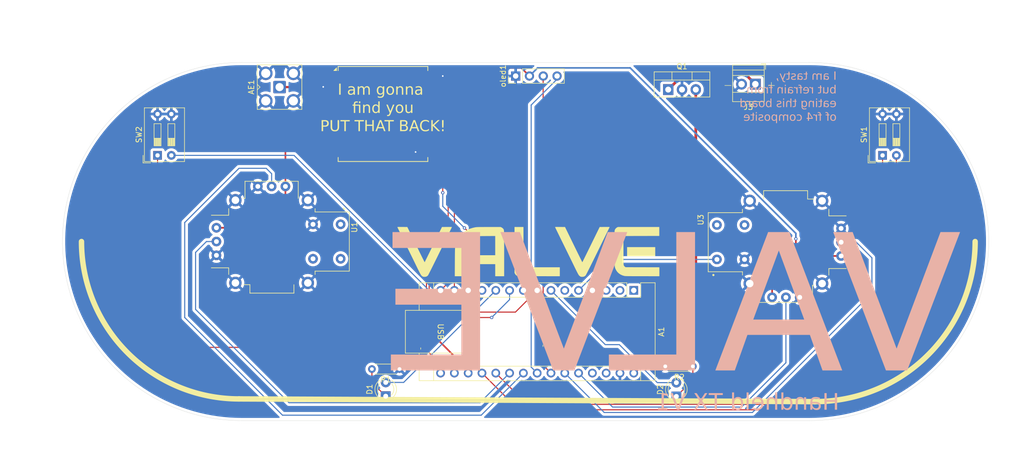
<source format=kicad_pcb>
(kicad_pcb (version 20240108) (generator "pcbnew") (generator_version "8.0")
  (layers (0 "F.Cu" signal) (31 "B.Cu" signal) (34 "B.Paste" user) (35 "F.Paste" user) (36 "B.SilkS" user "B.Silkscreen") (37 "F.SilkS" user "F.Silkscreen") (38 "B.Mask" user) (39 "F.Mask" user) (44 "Edge.Cuts" user))
  (net 0 "")
  (net 1 "/vry1")
  (net 2 "/scl")
  (net 3 "/vry2")
  (net 4 "/vrx1")
  (net 5 "/dip1")
  (net 6 "/dip4")
  (net 8 "+BATT")
  (net 9 "/dip2")
  (net 10 "/vrx2")
  (net 14 "GND")
  (net 15 "/dip3")
  (net 16 "/sw1")
  (net 19 "/sda")
  (net 20 "VCC")
  (net 21 "/sw2")
  (net 22 "Net-(D1-K)")
  (net 23 "Net-(AE1-A)")
  (net 29 "/led2")
  (net 30 "/sck")
  (net 31 "/mosi")
  (net 32 "/reset")
  (net 33 "/dio0")
  (net 34 "/miso")
  (net 35 "/nss")
  (net 36 "Net-(D2-K)")
  (net 37 "/led1")
  (net 38 "Net-(J3-Pin_1)")
  (footprint "Package_TO_SOT_THT:TO-220-3_Vertical" (layer "F.Cu") (at 176 71.5)
    (property "Reference" "Q1" (at 2.54 -4.27 0) (layer "F.SilkS"))
    (property "Value" "PMOS")
    (pad "1" thru_hole rect (at 0 0) (size 1.905 2) (drill 1.1) (layers "*.Cu" "*.Mask") (net 38 "Net-(J3-Pin_1)"))
    (pad "2" thru_hole oval (at 2.54 0) (size 1.905 2) (drill 1.1) (layers "*.Cu" "*.Mask") (net 14 "GND"))
    (pad "3" thru_hole oval (at 5.08 0) (size 1.905 2) (drill 1.1) (layers "*.Cu" "*.Mask") (net 8 "+BATT"))
  )
  (footprint "Button_Switch_THT:SW_DIP_SPSTx02_Slide_9.78x7.26mm_W7.62mm_P2.54mm" (layer "F.Cu") (at 215.46 83.62 90)
    (property "Reference" "SW1" (at 3.81 -3.42 90) (layer "F.SilkS"))
    (property "Value" "SW_DIP_x02")
    (pad "1" thru_hole rect (at 0 0 90) (size 1.6 1.6) (drill 0.8) (layers "*.Cu" "*.Mask") (net 5 "/dip1"))
    (pad "2" thru_hole oval (at 0 2.54 90) (size 1.6 1.6) (drill 0.8) (layers "*.Cu" "*.Mask") (net 9 "/dip2"))
    (pad "3" thru_hole oval (at 7.62 2.54 90) (size 1.6 1.6) (drill 0.8) (layers "*.Cu" "*.Mask") (net 14 "GND"))
    (pad "4" thru_hole oval (at 7.62 0 90) (size 1.6 1.6) (drill 0.8) (layers "*.Cu" "*.Mask") (net 14 "GND"))
  )
  (footprint "TerminalBlock:TerminalBlock_Xinya_XY308-2.54-2P_1x02_P2.54mm_Horizontal" (layer "F.Cu") (at 192.04 70.5 180)
    (property "Reference" "J3" (at 1.27 -4.22 0) (layer "F.SilkS"))
    (property "Value" "Screw_Terminal_01x02")
    (pad "1" thru_hole rect (at 0 0 180) (size 2 2) (drill 1.2) (layers "*.Cu" "*.Mask") (net 38 "Net-(J3-Pin_1)"))
    (pad "2" thru_hole circle (at 2.54 0 180) (size 2 2) (drill 1.2) (layers "*.Cu" "*.Mask") (net 14 "GND"))
  )
  (footprint "Connector_PinHeader_2.54mm:PinHeader_1x04_P2.54mm_Vertical" (layer "F.Cu") (at 147.92 69 90)
    (property "Reference" "oled1" (at 0 -2.33 90) (layer "F.SilkS"))
    (property "Value" "Conn_01x04")
    (pad "1" thru_hole rect (at 0 0 90) (size 1.7 1.7) (drill 1) (layers "*.Cu" "*.Mask") (net 14 "GND"))
    (pad "2" thru_hole oval (at 0 2.54 90) (size 1.7 1.7) (drill 1) (layers "*.Cu" "*.Mask") (net 20 "VCC"))
    (pad "3" thru_hole oval (at 0 5.08 90) (size 1.7 1.7) (drill 1) (layers "*.Cu" "*.Mask") (net 2 "/scl"))
    (pad "4" thru_hole oval (at 0 7.62 90) (size 1.7 1.7) (drill 1) (layers "*.Cu" "*.Mask") (net 19 "/sda"))
  )
  (footprint "Resistor_THT:R_Axial_DIN0204_L3.6mm_D1.6mm_P5.08mm_Horizontal" (layer "F.Cu") (at 126.54 123 180)
    (property "Reference" "R1" (at 2.54 -1.92 0) (layer "F.SilkS"))
    (property "Value" "R")
    (pad "1" thru_hole circle (at 0 0 180) (size 1.4 1.4) (drill 0.7) (layers "*.Cu" "*.Mask") (net 14 "GND"))
    (pad "2" thru_hole oval (at 5.08 0 180) (size 1.4 1.4) (drill 0.7) (layers "*.Cu" "*.Mask") (net 22 "Net-(D1-K)"))
  )
  (footprint "Resistor_THT:R_Axial_DIN0204_L3.6mm_D1.6mm_P5.08mm_Horizontal" (layer "F.Cu") (at 175.46 122.5)
    (property "Reference" "R2" (at 2.58 2 0) (layer "F.SilkS"))
    (property "Value" "R")
    (pad "1" thru_hole circle (at 0 0) (size 1.4 1.4) (drill 0.7) (layers "*.Cu" "*.Mask") (net 14 "GND"))
    (pad "2" thru_hole oval (at 5.08 0) (size 1.4 1.4) (drill 0.7) (layers "*.Cu" "*.Mask") (net 36 "Net-(D2-K)"))
  )
  (footprint "Library:XDCR_COM-09032" (layer "F.Cu") (at 103 99.5 -90)
    (property "Reference" "U1" (at -2.625 -15.235 90) (layer "F.SilkS"))
    (property "Value" "COM-09032")
    (pad "B1A" thru_hole circle (at -3.175 -12.7 270) (size 1.778 1.778) (drill 0.9) (layers "*.Cu" "*.Mask") (net 16 "/sw1"))
    (pad "B1B" thru_hole circle (at 3.175 -12.7 270) (size 1.778 1.778) (drill 0.9) (layers "*.Cu" "*.Mask"))
    (pad "B2A" thru_hole circle (at -3.175 -7.62 270) (size 1.778 1.778) (drill 0.9) (layers "*.Cu" "*.Mask") (net 14 "GND"))
    (pad "B2B" thru_hole circle (at 3.175 -7.62 270) (size 1.778 1.778) (drill 0.9) (layers "*.Cu" "*.Mask"))
    (pad "H1" thru_hole circle (at -2.54 10.16 270) (size 1.778 1.778) (drill 0.889) (layers "*.Cu" "*.Mask") (net 20 "VCC"))
    (pad "H2" thru_hole circle (at 0 10.16 270) (size 1.778 1.778) (drill 0.889) (layers "*.Cu" "*.Mask") (net 3 "/vry2"))
    (pad "H3" thru_hole circle (at 2.54 10.16 270) (size 1.778 1.778) (drill 0.889) (layers "*.Cu" "*.Mask") (net 14 "GND"))
    (pad "S1" thru_hole circle (at -7.62 -6.6675 270) (size 2.286 2.286) (drill 1.397) (layers "*.Cu" "*.Mask") (net 14 "GND"))
    (pad "S2" thru_hole circle (at -7.62 6.6675 270) (size 2.286 2.286) (drill 1.397) (layers "*.Cu" "*.Mask") (net 14 "GND"))
    (pad "S3" thru_hole circle (at 7.62 6.6675 270) (size 2.286 2.286) (drill 1.397) (layers "*.Cu" "*.Mask") (net 14 "GND"))
    (pad "S4" thru_hole circle (at 7.62 -6.6675 270) (size 2.286 2.286) (drill 1.397) (layers "*.Cu" "*.Mask") (net 14 "GND"))
    (pad "V1" thru_hole circle (at -10.16 -2.54 270) (size 1.778 1.778) (drill 0.889) (layers "*.Cu" "*.Mask") (net 20 "VCC"))
    (pad "V2" thru_hole circle (at -10.16 0 270) (size 1.778 1.778) (drill 0.889) (layers "*.Cu" "*.Mask") (net 10 "/vrx2"))
    (pad "V3" thru_hole circle (at -10.16 2.54 270) (size 1.778 1.778) (drill 0.889) (layers "*.Cu" "*.Mask") (net 14 "GND"))
  )
  (footprint "LOGO" (layer "F.Cu") (at 150.5 101.5)
    (property "Reference" "g")
    (property "Value" "LOGO" (hide yes))
  )
  (footprint "LED_THT:LED_D3.0mm" (layer "F.Cu") (at 177.5 128.04 90)
    (property "Reference" "D2" (at 1.27 -2.96 90) (layer "F.SilkS"))
    (property "Value" "LED")
    (pad "1" thru_hole rect (at 0 0 90) (size 1.8 1.8) (drill 0.9) (layers "*.Cu" "*.Mask") (net 36 "Net-(D2-K)"))
    (pad "2" thru_hole circle (at 2.54 0 90) (size 1.8 1.8) (drill 0.9) (layers "*.Cu" "*.Mask") (net 37 "/led1"))
  )
  (footprint "Library:XDCR_COM-09032" (layer "F.Cu") (at 197.6675 99.62 90)
    (property "Reference" "U3" (at 4.12 -15.6675 90) (layer "F.SilkS"))
    (property "Value" "COM-09032")
    (pad "B1A" thru_hole circle (at -3.175 -12.7 90) (size 1.778 1.778) (drill 0.9) (layers "*.Cu" "*.Mask") (net 21 "/sw2"))
    (pad "B1B" thru_hole circle (at 3.175 -12.7 90) (size 1.778 1.778) (drill 0.9) (layers "*.Cu" "*.Mask"))
    (pad "B2A" thru_hole circle (at -3.175 -7.62 90) (size 1.778 1.778) (drill 0.9) (layers "*.Cu" "*.Mask") (net 14 "GND"))
    (pad "B2B" thru_hole circle (at 3.175 -7.62 90) (size 1.778 1.778) (drill 0.9) (layers "*.Cu" "*.Mask"))
    (pad "H1" thru_hole circle (at -2.54 10.16 90) (size 1.778 1.778) (drill 0.889) (layers "*.Cu" "*.Mask") (net 20 "VCC"))
    (pad "H2" thru_hole circle (at 0 10.16 90) (size 1.778 1.778) (drill 0.889) (layers "*.Cu" "*.Mask") (net 1 "/vry1"))
    (pad "H3" thru_hole circle (at 2.54 10.16 90) (size 1.778 1.778) (drill 0.889) (layers "*.Cu" "*.Mask") (net 14 "GND"))
    (pad "S1" thru_hole circle (at -7.62 -6.6675 90) (size 2.286 2.286) (drill 1.397) (layers "*.Cu" "*.Mask") (net 14 "GND"))
    (pad "S2" thru_hole circle (at -7.62 6.6675 90) (size 2.286 2.286) (drill 1.397) (layers "*.Cu" "*.Mask") (net 14 "GND"))
    (pad "S3" thru_hole circle (at 7.62 6.6675 90) (size 2.286 2.286) (drill 1.397) (layers "*.Cu" "*.Mask") (net 14 "GND"))
    (pad "S4" thru_hole circle (at 7.62 -6.6675 90) (size 2.286 2.286) (drill 1.397) (layers "*.Cu" "*.Mask") (net 14 "GND"))
    (pad "V1" thru_hole circle (at -10.16 -2.54 90) (size 1.778 1.778) (drill 0.889) (layers "*.Cu" "*.Mask") (net 20 "VCC"))
    (pad "V2" thru_hole circle (at -10.16 0 90) (size 1.778 1.778) (drill 0.889) (layers "*.Cu" "*.Mask") (net 4 "/vrx1"))
    (pad "V3" thru_hole circle (at -10.16 2.54 90) (size 1.778 1.778) (drill 0.889) (layers "*.Cu" "*.Mask") (net 14 "GND"))
  )
  (footprint "Button_Switch_THT:SW_DIP_SPSTx02_Slide_9.78x7.26mm_W7.62mm_P2.54mm" (layer "F.Cu") (at 82 83.62 90)
    (property "Reference" "SW2" (at 3.81 -3.42 90) (layer "F.SilkS"))
    (property "Value" "SW_DIP_x02")
    (pad "1" thru_hole rect (at 0 0 90) (size 1.6 1.6) (drill 0.8) (layers "*.Cu" "*.Mask") (net 15 "/dip3"))
    (pad "2" thru_hole oval (at 0 2.54 90) (size 1.6 1.6) (drill 0.8) (layers "*.Cu" "*.Mask") (net 6 "/dip4"))
    (pad "3" thru_hole oval (at 7.62 2.54 90) (size 1.6 1.6) (drill 0.8) (layers "*.Cu" "*.Mask") (net 14 "GND"))
    (pad "4" thru_hole oval (at 7.62 0 90) (size 1.6 1.6) (drill 0.8) (layers "*.Cu" "*.Mask") (net 14 "GND"))
  )
  (footprint "LED_THT:LED_D3.0mm" (layer "F.Cu") (at 124 128 90)
    (property "Reference" "D1" (at 1.27 -2.96 90) (layer "F.SilkS"))
    (property "Value" "LED")
    (pad "1" thru_hole rect (at 0 0 90) (size 1.8 1.8) (drill 0.9) (layers "*.Cu" "*.Mask") (net 22 "Net-(D1-K)"))
    (pad "2" thru_hole circle (at 2.54 0 90) (size 1.8 1.8) (drill 0.9) (layers "*.Cu" "*.Mask") (net 29 "/led2"))
  )
  (footprint "Module:Arduino_Nano" (layer "F.Cu") (at 169.66 108.5 -90)
    (property "Reference" "A1" (at 7.62 -5.08 90) (layer "F.SilkS"))
    (property "Value" "Arduino_Nano_v2.x")
    (fp_text user "USB" (at 7.62 35.56 -90) (layer "F.SilkS"))
    (pad "1" thru_hole rect (at 0 0 270) (size 1.6 1.6) (drill 1) (layers "*.Cu" "*.Mask"))
    (pad "2" thru_hole oval (at 0 2.54 270) (size 1.6 1.6) (drill 1) (layers "*.Cu" "*.Mask"))
    (pad "3" thru_hole oval (at 0 5.08 270) (size 1.6 1.6) (drill 1) (layers "*.Cu" "*.Mask"))
    (pad "4" thru_hole oval (at 0 7.62 270) (size 1.6 1.6) (drill 1) (layers "*.Cu" "*.Mask") (net 14 "GND"))
    (pad "5" thru_hole oval (at 0 10.16 270) (size 1.6 1.6) (drill 1) (layers "*.Cu" "*.Mask") (net 21 "/sw2"))
    (pad "6" thru_hole oval (at 0 12.7 270) (size 1.6 1.6) (drill 1) (layers "*.Cu" "*.Mask") (net 16 "/sw1"))
    (pad "7" thru_hole oval (at 0 15.24 270) (size 1.6 1.6) (drill 1) (layers "*.Cu" "*.Mask") (net 37 "/led1"))
    (pad "8" thru_hole oval (at 0 17.78 270) (size 1.6 1.6) (drill 1) (layers "*.Cu" "*.Mask") (net 33 "/dio0"))
    (pad "9" thru_hole oval (at 0 20.32 270) (size 1.6 1.6) (drill 1) (layers "*.Cu" "*.Mask") (net 35 "/nss"))
    (pad "10" thru_hole oval (at 0 22.86 270) (size 1.6 1.6) (drill 1) (layers "*.Cu" "*.Mask") (net 32 "/reset"))
    (pad "11" thru_hole oval (at 0 25.4 270) (size 1.6 1.6) (drill 1) (layers "*.Cu" "*.Mask") (net 29 "/led2"))
    (pad "12" thru_hole oval (at 0 27.94 270) (size 1.6 1.6) (drill 1) (layers "*.Cu" "*.Mask") (net 6 "/dip4"))
    (pad "13" thru_hole oval (at 0 30.48 270) (size 1.6 1.6) (drill 1) (layers "*.Cu" "*.Mask") (net 30 "/sck"))
    (pad "14" thru_hole oval (at 0 33.02 270) (size 1.6 1.6) (drill 1) (layers "*.Cu" "*.Mask") (net 31 "/mosi"))
    (pad "15" thru_hole oval (at 0 35.56 270) (size 1.6 1.6) (drill 1) (layers "*.Cu" "*.Mask") (net 34 "/miso"))
    (pad "16" thru_hole oval (at 15.24 35.56 270) (size 1.6 1.6) (drill 1) (layers "*.Cu" "*.Mask") (net 15 "/dip3"))
    (pad "17" thru_hole oval (at 15.24 33.02 270) (size 1.6 1.6) (drill 1) (layers "*.Cu" "*.Mask") (net 20 "VCC"))
    (pad "18" thru_hole oval (at 15.24 30.48 270) (size 1.6 1.6) (drill 1) (layers "*.Cu" "*.Mask"))
    (pad "19" thru_hole oval (at 15.24 27.94 270) (size 1.6 1.6) (drill 1) (layers "*.Cu" "*.Mask") (net 9 "/dip2"))
    (pad "20" thru_hole oval (at 15.24 25.4 270) (size 1.6 1.6) (drill 1) (layers "*.Cu" "*.Mask") (net 5 "/dip1"))
    (pad "21" thru_hole oval (at 15.24 22.86 270) (size 1.6 1.6) (drill 1) (layers "*.Cu" "*.Mask") (net 3 "/vry2"))
    (pad "22" thru_hole oval (at 15.24 20.32 270) (size 1.6 1.6) (drill 1) (layers "*.Cu" "*.Mask") (net 10 "/vrx2"))
    (pad "23" thru_hole oval (at 15.24 17.78 270) (size 1.6 1.6) (drill 1) (layers "*.Cu" "*.Mask") (net 19 "/sda"))
    (pad "24" thru_hole oval (at 15.24 15.24 270) (size 1.6 1.6) (drill 1) (layers "*.Cu" "*.Mask") (net 2 "/scl"))
    (pad "25" thru_hole oval (at 15.24 12.7 270) (size 1.6 1.6) (drill 1) (layers "*.Cu" "*.Mask") (net 1 "/vry1"))
    (pad "26" thru_hole oval (at 15.24 10.16 270) (size 1.6 1.6) (drill 1) (layers "*.Cu" "*.Mask") (net 4 "/vrx1"))
    (pad "27" thru_hole oval (at 15.24 7.62 270) (size 1.6 1.6) (drill 1) (layers "*.Cu" "*.Mask"))
    (pad "28" thru_hole oval (at 15.24 5.08 270) (size 1.6 1.6) (drill 1) (layers "*.Cu" "*.Mask"))
    (pad "29" thru_hole oval (at 15.24 2.54 270) (size 1.6 1.6) (drill 1) (layers "*.Cu" "*.Mask") (net 14 "GND"))
    (pad "30" thru_hole oval (at 15.24 0 270) (size 1.6 1.6) (drill 1) (layers "*.Cu" "*.Mask") (net 8 "+BATT"))
  )
  (footprint "Connector_Coaxial:SMA_Amphenol_901-143_Horizontal" (layer "F.Cu") (at 104.46 71.04)
    (property "Reference" "AE1" (at -5.2 0 90) (layer "F.SilkS"))
    (property "Value" "Antenna")
    (pad "1" thru_hole roundrect (at 0 0) (size 2.3 2.3) (drill 1.5) (layers "*.Cu" "*.Mask") (roundrect_rratio 0.087) (net 23 "Net-(AE1-A)"))
    (pad "2" thru_hole circle (at -2.54 -2.54) (size 2.5 2.5) (drill 1.7) (layers "*.Cu" "*.Mask") (net 14 "GND"))
    (pad "2" thru_hole circle (at -2.54 2.54) (size 2.5 2.5) (drill 1.7) (layers "*.Cu" "*.Mask") (net 14 "GND"))
    (pad "2" thru_hole circle (at 2.54 -2.54) (size 2.5 2.5) (drill 1.7) (layers "*.Cu" "*.Mask") (net 14 "GND"))
    (pad "2" thru_hole circle (at 2.54 2.54) (size 2.5 2.5) (drill 1.7) (layers "*.Cu" "*.Mask") (net 14 "GND"))
  )
  (footprint "RF_Module:Ai-Thinker-Ra-01-LoRa_updated" (layer "F.Cu") (at 123.5 76)
    (property "Reference" "U2" (hide yes))
    (property "Value" "Ai-Thinker-Ra-01")
    (pad "1" smd rect (at -8.5 -7) (size 3 1.5) (layers "F.Cu" "F.Paste" "F.Mask") (net 23 "Net-(AE1-A)"))
    (pad "2" smd rect (at -8.5 -5) (size 3 1.5) (layers "F.Cu" "F.Paste" "F.Mask") (net 14 "GND"))
    (pad "3" smd rect (at -8.5 -3) (size 3 1.5) (layers "F.Cu" "F.Paste" "F.Mask") (net 20 "VCC"))
    (pad "4" smd rect (at -8.5 -1) (size 3 1.5) (layers "F.Cu" "F.Paste" "F.Mask") (net 32 "/reset"))
    (pad "5" smd rect (at -8.5 1) (size 3 1.5) (layers "F.Cu" "F.Paste" "F.Mask") (net 33 "/dio0"))
    (pad "6" smd rect (at -8.5 3) (size 3 1.5) (layers "F.Cu" "F.Paste" "F.Mask"))
    (pad "7" smd rect (at -8.5 5) (size 3 1.5) (layers "F.Cu" "F.Paste" "F.Mask"))
    (pad "8" smd rect (at -8.5 7) (size 3 1.5) (layers "F.Cu" "F.Paste" "F.Mask"))
    (pad "9" smd rect (at 8.5 7) (size 3 1.5) (layers "F.Cu" "F.Paste" "F.Mask") (net 14 "GND"))
    (pad "10" smd rect (at 8.5 5) (size 3 1.5) (layers "F.Cu" "F.Paste" "F.Mask"))
    (pad "11" smd rect (at 8.5 3) (size 3 1.5) (layers "F.Cu" "F.Paste" "F.Mask"))
    (pad "12" smd rect (at 8.5 1) (size 3 1.5) (layers "F.Cu" "F.Paste" "F.Mask") (net 30 "/sck"))
    (pad "13" smd rect (at 8.5 -1) (size 3 1.5) (layers "F.Cu" "F.Paste" "F.Mask") (net 34 "/miso"))
    (pad "14" smd rect (at 8.5 -3) (size 3 1.5) (layers "F.Cu" "F.Paste" "F.Mask") (net 31 "/mosi"))
    (pad "15" smd rect (at 8.5 -5) (size 3 1.5) (layers "F.Cu" "F.Paste" "F.Mask") (net 35 "/nss"))
    (pad "16" smd rect (at 8.5 -7) (size 3 1.5) (layers "F.Cu" "F.Paste" "F.Mask") (net 14 "GND"))
  )
  (gr_arc (start 97 128.5) (mid 76.493903 120.006097) (end 68 99.5) (stroke (width 1)) (layer "F.SilkS"))
  (gr_line (start 203 129) (end 97 128.5) (stroke (width 1)) (layer "F.SilkS"))
  (gr_arc (start 232.5 99.5) (mid 223.85965 120.35965) (end 203 129) (stroke (width 1)) (layer "F.SilkS"))
  (gr_line (start 97.5 66.5) (end 202 66.5) (stroke (width 0.05)) (layer "Edge.Cuts"))
  (gr_line (start 97.5 132.5) (end 202 132.5) (stroke (width 0.05)) (layer "Edge.Cuts"))
  (gr_arc (start 202 66.5) (mid 235 99.5) (end 202 132.5) (stroke (width 0.05)) (layer "Edge.Cuts"))
  (gr_arc (start 97.5 132.5) (mid 64.5 99.5) (end 97.5 66.5) (stroke (width 0.05)) (layer "Edge.Cuts"))
  (gr_text "Handheld TX V1" (at 207.5 131 0) (layer "B.SilkS") (effects (font (size 3 3) (thickness 0.1)) (justify left bottom mirror)))
  (gr_text "VALVE" (at 230 127.5 0) (layer "B.SilkS") (effects (font (size 25 25) (thickness 0.1)) (justify left bottom mirror)))
  (gr_text "I am tasty,\nbut refrain from \neating this board\nof fr4 composite" (at 207 77.5 0) (layer "B.SilkS") (effects (font (size 1.5 1.5) (thickness 0.1)) (justify left bottom mirror)))
  (gr_text "-" (at 153.5 118.46 90) (layer "F.SilkS") (effects (font (size 1 1) (thickness 0.1)) (justify left bottom mirror)))
  (gr_text "-" (at 186 71.5 0) (layer "F.SilkS") (effects (font (size 1.5 1.5) (thickness 0.1)) (justify left bottom)))
  (gr_text "I am gonna \nfind you\nPUT THAT BACK!" (at 123.5 79.5 0) (layer "F.SilkS") (effects (font (size 2 2) (thickness 0.1)) (justify bottom)))
  (gr_text "+" (at 194 71.5 0) (layer "F.SilkS") (effects (font (size 1.5 1.5) (thickness 0.1)) (justify left bottom)))
  (gr_text "-" (at 131 118.96 90) (layer "F.SilkS") (effects (font (size 1 1) (thickness 0.1)) (justify left bottom mirror)))
  (segment (start 213.5 102.5) (end 210.62 99.62) (width 0.2) (layer "B.Cu") (net 1))
  (segment (start 213.5 109) (end 213.5 102.5) (width 0.2) (layer "B.Cu") (net 1))
  (segment (start 210.62 99.62) (end 207.8275 99.62) (width 0.2) (layer "B.Cu") (net 1))
  (segment (start 156.96 123.74) (end 164.22 131) (width 0.2) (layer "B.Cu") (net 1))
  (segment (start 191.5 131) (end 213.5 109) (width 0.2) (layer "B.Cu") (net 1))
  (segment (start 164.22 131) (end 191.5 131) (width 0.2) (layer "B.Cu") (net 1))
  (segment (start 152.98 69.6) (end 153.58 69) (width 0.2) (layer "F.Cu") (net 2))
  (segment (start 152.98 122.3) (end 152.98 69.6) (width 0.2) (layer "F.Cu") (net 2))
  (segment (start 154.42 123.74) (end 152.98 122.3) (width 0.2) (layer "F.Cu") (net 2))
  (segment (start 89 101.5) (end 91 99.5) (width 0.2) (layer "B.Cu") (net 3))
  (segment (start 89 112) (end 89 101.5) (width 0.2) (layer "B.Cu") (net 3))
  (segment (start 91 99.5) (end 92.84 99.5) (width 0.2) (layer "B.Cu") (net 3))
  (segment (start 146.8 123.74) (end 141.34 129.2) (width 0.2) (layer "B.Cu") (net 3))
  (segment (start 141.34 129.2) (end 106.2 129.2) (width 0.2) (layer "B.Cu") (net 3))
  (segment (start 106.2 129.2) (end 89 112) (width 0.2) (layer "B.Cu") (net 3))
  (segment (start 197.6675 121.8325) (end 197.6675 109.78) (width 0.2) (layer "B.Cu") (net 4))
  (segment (start 159.5 123.74) (end 165.76 130) (width 0.2) (layer "B.Cu") (net 4))
  (segment (start 189.5 130) (end 197.6675 121.8325) (width 0.2) (layer "B.Cu") (net 4))
  (segment (start 165.76 130) (end 189.5 130) (width 0.2) (layer "B.Cu") (net 4))
  (segment (start 206.5 129.5) (end 215.46 120.54) (width 0.2) (layer "F.Cu") (net 5))
  (segment (start 215.46 120.54) (end 215.46 83.62) (width 0.2) (layer "F.Cu") (net 5))
  (segment (start 144.26 123.74) (end 150.02 129.5) (width 0.2) (layer "F.Cu") (net 5))
  (segment (start 150.02 129.5) (end 206.5 129.5) (width 0.2) (layer "F.Cu") (net 5))
  (segment (start 84.54 83.62) (end 107.12 83.62) (width 0.2) (layer "B.Cu") (net 6))
  (segment (start 107.12 83.62) (end 133.5 110) (width 0.2) (layer "B.Cu") (net 6))
  (segment (start 140.22 110) (end 141.72 108.5) (width 0.2) (layer "B.Cu") (net 6))
  (segment (start 133.5 110) (end 140.22 110) (width 0.2) (layer "B.Cu") (net 6))
  (segment (start 181.08 112.32) (end 181.08 71.5) (width 0.5) (layer "F.Cu") (net 8))
  (segment (start 169.66 123.74) (end 181.08 112.32) (width 0.5) (layer "F.Cu") (net 8))
  (segment (start 218 121) (end 218 83.62) (width 0.2) (layer "F.Cu") (net 9))
  (segment (start 208.5 130.5) (end 218 121) (width 0.2) (layer "F.Cu") (net 9))
  (segment (start 148.48 130.5) (end 208.5 130.5) (width 0.2) (layer "F.Cu") (net 9))
  (segment (start 141.72 123.74) (end 148.48 130.5) (width 0.2) (layer "F.Cu") (net 9))
  (segment (start 97 86) (end 102 86) (width 0.2) (layer "B.Cu") (net 10))
  (segment (start 105 131.5) (end 87 113.5) (width 0.2) (layer "B.Cu") (net 10))
  (segment (start 102 86) (end 103 87) (width 0.2) (layer "B.Cu") (net 10))
  (segment (start 149.34 123.74) (end 141.58 131.5) (width 0.2) (layer "B.Cu") (net 10))
  (segment (start 141.58 131.5) (end 105 131.5) (width 0.2) (layer "B.Cu") (net 10))
  (segment (start 87 96) (end 97 86) (width 0.2) (layer "B.Cu") (net 10))
  (segment (start 87 113.5) (end 87 96) (width 0.2) (layer "B.Cu") (net 10))
  (segment (start 103 87) (end 103 89.34) (width 0.2) (layer "B.Cu") (net 10))
  (segment (start 134.5 69) (end 132 69) (width 0.2) (layer "F.Cu") (net 14))
  (segment (start 112.5 71) (end 115 71) (width 0.2) (layer "F.Cu") (net 14))
  (segment (start 129.5 83) (end 132 83) (width 0.2) (layer "F.Cu") (net 14))
  (via (at 129.5 83) (size 0.6) (drill 0.3) (layers "F.Cu" "B.Cu") (net 14))
  (via (at 112.5 71) (size 0.6) (drill 0.3) (layers "F.Cu" "B.Cu") (net 14))
  (via (at 134.5 69) (size 0.6) (drill 0.3) (layers "F.Cu" "B.Cu") (net 14))
  (segment (start 86 119) (end 131 119) (width 0.2) (layer "F.Cu") (net 15))
  (segment (start 82 115) (end 86 119) (width 0.2) (layer "F.Cu") (net 15))
  (segment (start 134.1 122.1) (end 134.1 123.74) (width 0.2) (layer "F.Cu") (net 15))
  (segment (start 82 83.62) (end 82 115) (width 0.2) (layer "F.Cu") (net 15))
  (segment (start 131 119) (end 134.1 122.1) (width 0.2) (layer "F.Cu") (net 15))
  (segment (start 151.88 123.74) (end 150.78 122.64) (width 0.2) (layer "B.Cu") (net 19))
  (segment (start 150.78 74.34) (end 156.12 69) (width 0.2) (layer "B.Cu") (net 19))
  (segment (start 150.78 122.64) (end 150.78 74.34) (width 0.2) (layer "B.Cu") (net 19))
  (segment (start 101 114) (end 104 117) (width 0.3) (layer "F.Cu") (net 20))
  (segment (start 115 73) (end 117.5 73) (width 0.3) (layer "F.Cu") (net 20))
  (segment (start 199.5 99) (end 199.5 102.16) (width 0.3) (layer "F.Cu") (net 20))
  (segment (start 136.64 120.64) (end 136.64 123.74) (width 0.3) (layer "F.Cu") (net 20))
  (segment (start 101 96.96) (end 92.84 96.96) (width 0.3) (layer "F.Cu") (net 20))
  (segment (start 105.54 95.46) (end 104 97) (width 0.3) (layer "F.Cu") (net 20))
  (segment (start 133 117) (end 136.64 120.64) (width 0.3) (layer "F.Cu") (net 20))
  (segment (start 195.1275 104.3725) (end 197.34 102.16) (width 0.3) (layer "F.Cu") (net 20))
  (segment (start 101 96.96) (end 101 114) (width 0.3) (layer "F.Cu") (net 20))
  (segment (start 105.54 89.34) (end 105.54 79.96) (width 0.3) (layer "F.Cu") (net 20))
  (segment (start 105.54 89.34) (end 105.54 95.46) (width 0.3) (layer "F.Cu") (net 20))
  (segment (start 199.5 102.16) (end 207.8275 102.16) (width 0.3) (layer "F.Cu") (net 20))
  (segment (start 105.54 79.96) (end 112.5 73) (width 0.3) (layer "F.Cu") (net 20))
  (segment (start 103.96 96.96) (end 101 96.96) (width 0.3) (layer "F.Cu") (net 20))
  (segment (start 104 117) (end 133 117) (width 0.3) (layer "F.Cu") (net 20))
  (segment (start 197.34 102.16) (end 199.5 102.16) (width 0.3) (layer "F.Cu") (net 20))
  (segment (start 123 67.5) (end 148.96 67.5) (width 0.3) (layer "F.Cu") (net 20))
  (segment (start 195.1275 109.78) (end 195.1275 104.3725) (width 0.3) (layer "F.Cu") (net 20))
  (segment (start 104 97) (end 103.96 96.96) (width 0.3) (layer "F.Cu") (net 20))
  (segment (start 148.96 67.5) (end 150.46 69) (width 0.3) (layer "F.Cu") (net 20))
  (segment (start 117.5 73) (end 123 67.5) (width 0.3) (layer "F.Cu") (net 20))
  (segment (start 112.5 73) (end 115 73) (width 0.3) (layer "F.Cu") (net 20))
  (via (at 199.5 99) (size 0.6) (drill 0.3) (layers "F.Cu" "B.Cu") (net 20))
  (segment (start 150.46 69) (end 151.96 67.5) (width 0.3) (layer "B.Cu") (net 20))
  (segment (start 199.5 98) (end 199.5 99) (width 0.3) (layer "B.Cu") (net 20))
  (segment (start 151.96 67.5) (end 169 67.5) (width 0.3) (layer "B.Cu") (net 20))
  (segment (start 169 67.5) (end 199.5 98) (width 0.3) (layer "B.Cu") (net 20))
  (segment (start 165.205 102.795) (end 184.9675 102.795) (width 0.2) (layer "B.Cu") (net 21))
  (segment (start 159.5 108.5) (end 165.205 102.795) (width 0.2) (layer "B.Cu") (net 21))
  (segment (start 124 128) (end 121.46 125.46) (width 0.2) (layer "F.Cu") (net 22))
  (segment (start 121.46 125.46) (end 121.46 123) (width 0.2) (layer "F.Cu") (net 22))
  (segment (start 110.5 69) (end 115 69) (width 0.4) (layer "F.Cu") (net 23))
  (segment (start 104.46 71.04) (end 108.46 71.04) (width 0.4) (layer "F.Cu") (net 23))
  (segment (start 108.46 71.04) (end 110.5 69) (width 0.4) (layer "F.Cu") (net 23))
  (segment (start 144.26 108.5) (end 127.3 125.46) (width 0.2) (layer "B.Cu") (net 29))
  (segment (start 127.3 125.46) (end 124 125.46) (width 0.2) (layer "B.Cu") (net 29))
  (segment (start 134.5 78.75) (end 132.75 77) (width 0.2) (layer "F.Cu") (net 30))
  (segment (start 134.5 90.5) (end 134.5 78.75) (width 0.2) (layer "F.Cu") (net 30))
  (segment (start 139.18 97.68) (end 138.5 97) (width 0.2) (layer "F.Cu") (net 30))
  (segment (start 132.75 77) (end 132 77) (width 0.2) (layer "F.Cu") (net 30))
  (segment (start 139.18 108.5) (end 139.18 97.68) (width 0.2) (layer "F.Cu") (net 30))
  (via (at 134.5 90.5) (size 0.6) (drill 0.3) (layers "F.Cu" "B.Cu") (net 30))
  (via (at 138.5 97) (size 0.6) (drill 0.3) (layers "F.Cu" "B.Cu") (net 30))
  (segment (start 134.5 93) (end 134.5 90.5) (width 0.2) (layer "B.Cu") (net 30))
  (segment (start 138.5 97) (end 134.5 93) (width 0.2) (layer "B.Cu") (net 30))
  (segment (start 132.75 73) (end 136.64 76.89) (width 0.2) (layer "F.Cu") (net 31))
  (segment (start 132 73) (end 132.75 73) (width 0.2) (layer "F.Cu") (net 31))
  (segment (start 136.64 76.89) (end 136.64 108.5) (width 0.2) (layer "F.Cu") (net 31))
  (segment (start 113.2 84.2) (end 131.5 102.5) (width 0.2) (layer "F.Cu") (net 32))
  (segment (start 115 75) (end 114.25 75) (width 0.2) (layer "F.Cu") (net 32))
  (segment (start 134.967157 113.5) (end 143.5 113.5) (width 0.2) (layer "F.Cu") (net 32))
  (segment (start 114.25 75) (end 113.2 76.05) (width 0.2) (layer "F.Cu") (net 32))
  (segment (start 131.5 110.032843) (end 134.967157 113.5) (width 0.2) (layer "F.Cu") (net 32))
  (segment (start 131.5 102.5) (end 131.5 110.032843) (width 0.2) (layer "F.Cu") (net 32))
  (segment (start 113.2 76.05) (end 113.2 84.2) (width 0.2) (layer "F.Cu") (net 32))
  (via (at 143.5 113.5) (size 0.6) (drill 0.3) (layers "F.Cu" "B.Cu") (net 32))
  (segment (start 146.8 110.2) (end 146.8 108.5) (width 0.2) (layer "B.Cu") (net 32))
  (segment (start 143.5 113.5) (end 146.8 110.2) (width 0.2) (layer "B.Cu") (net 32))
  (segment (start 132 109.5) (end 135 112.5) (width 0.2) (layer "F.Cu") (net 33))
  (segment (start 132 93.25) (end 132 109.5) (width 0.2) (layer "F.Cu") (net 33))
  (segment (start 147.88 112.5) (end 151.88 108.5) (width 0.2) (layer "F.Cu") (net 33))
  (segment (start 115.75 77) (end 132 93.25) (width 0.2) (layer "F.Cu") (net 33))
  (segment (start 135 112.5) (end 147.88 112.5) (width 0.2) (layer "F.Cu") (net 33))
  (segment (start 115 77) (end 115.75 77) (width 0.2) (layer "F.Cu") (net 33))
  (segment (start 135.5 107.1) (end 134.1 108.5) (width 0.2) (layer "F.Cu") (net 34))
  (segment (start 132 75) (end 132.85 75) (width 0.2) (layer "F.Cu") (net 34))
  (segment (start 135.5 77.65) (end 135.5 107.1) (width 0.2) (layer "F.Cu") (net 34))
  (segment (start 132.85 75) (end 135.5 77.65) (width 0.2) (layer "F.Cu") (net 34))
  (segment (start 132.75 71) (end 149.34 87.59) (width 0.2) (layer "F.Cu") (net 35))
  (segment (start 149.34 87.59) (end 149.34 108.5) (width 0.2) (layer "F.Cu") (net 35))
  (segment (start 132 71) (end 132.75 71) (width 0.2) (layer "F.Cu") (net 35))
  (segment (start 180.54 125) (end 180.54 122.5) (width 0.2) (layer "F.Cu") (net 36))
  (segment (start 177.5 128.04) (end 180.54 125) (width 0.2) (layer "F.Cu") (net 36))
  (segment (start 164.42 118.5) (end 167 118.5) (width 0.2) (layer "B.Cu") (net 37))
  (segment (start 154.42 108.5) (end 164.42 118.5) (width 0.2) (layer "B.Cu") (net 37))
  (segment (start 174 125.5) (end 177.5 125.5) (width 0.2) (layer "B.Cu") (net 37))
  (segment (start 167 118.5) (end 174 125.5) (width 0.2) (layer "B.Cu") (net 37))
  (segment (start 190.54 69) (end 192.04 70.5) (width 0.5) (layer "F.Cu") (net 38))
  (segment (start 176 71.5) (end 179 68.5) (width 0.5) (layer "F.Cu") (net 38))
  (segment (start 179 68.5) (end 190 68.5) (width 0.5) (layer "F.Cu") (net 38))
  (segment (start 190.5 69) (end 190.54 69) (width 0.2) (layer "F.Cu") (net 38))
  (segment (start 190 68.5) (end 190.5 69) (width 0.5) (layer "F.Cu") (net 38))
  (zone (net 14) (net_name "GND") (layer "B.Cu") (connect_pads (clearance 0.5)) (min_thickness 0.25) (fill yes (thermal_gap 0.5) (thermal_bridge_width 0.5))
    (polygon (pts (xy 55.5 54.989444) (xy 240.5 55.989444) (xy 241.5 139.989444) (xy 53 139.989444)))
  )
)
</source>
